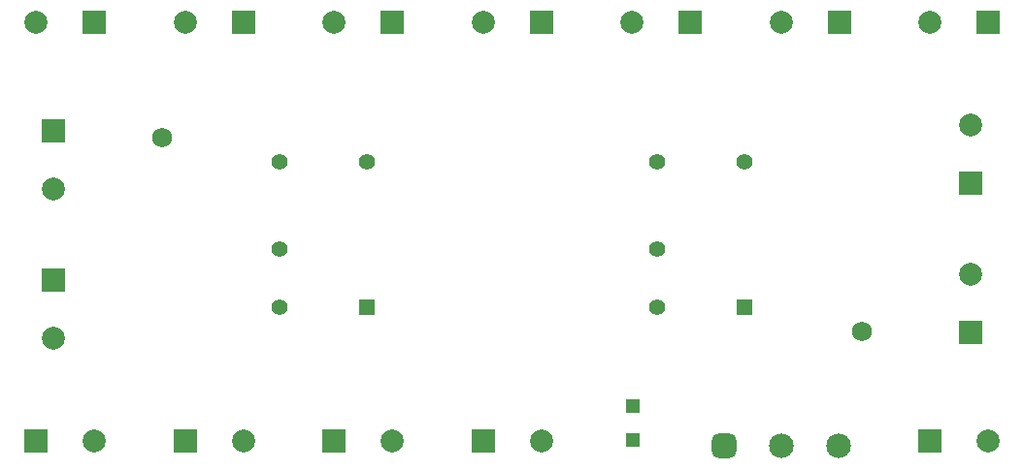
<source format=gts>
G04*
G04 #@! TF.GenerationSoftware,Altium Limited,Altium Designer,24.7.2 (38)*
G04*
G04 Layer_Color=8388736*
%FSLAX44Y44*%
%MOMM*%
G71*
G04*
G04 #@! TF.SameCoordinates,8E014E6F-3DA1-407A-8F63-97A6F4F725C9*
G04*
G04*
G04 #@! TF.FilePolarity,Negative*
G04*
G01*
G75*
%ADD13R,1.2200X1.2500*%
%ADD14C,1.7272*%
%ADD15C,2.1532*%
G04:AMPARAMS|DCode=16|XSize=2.1532mm|YSize=2.1532mm|CornerRadius=0.5891mm|HoleSize=0mm|Usage=FLASHONLY|Rotation=0.000|XOffset=0mm|YOffset=0mm|HoleType=Round|Shape=RoundedRectangle|*
%AMROUNDEDRECTD16*
21,1,2.1532,0.9750,0,0,0.0*
21,1,0.9750,2.1532,0,0,0.0*
1,1,1.1782,0.4875,-0.4875*
1,1,1.1782,-0.4875,-0.4875*
1,1,1.1782,-0.4875,0.4875*
1,1,1.1782,0.4875,0.4875*
%
%ADD16ROUNDEDRECTD16*%
%ADD17C,1.4000*%
%ADD18R,1.4000X1.4000*%
%ADD19R,2.0032X2.0032*%
%ADD20C,2.0032*%
%ADD21R,2.0032X2.0032*%
D13*
X580000Y-425250D02*
D03*
Y-454750D02*
D03*
D14*
X780000Y-360000D02*
D03*
X170000Y-190000D02*
D03*
D15*
X710000Y-460000D02*
D03*
X760000D02*
D03*
D16*
X660000D02*
D03*
D17*
X271900Y-338500D02*
D03*
Y-287700D02*
D03*
Y-211500D02*
D03*
X348100D02*
D03*
X601900Y-338500D02*
D03*
Y-287700D02*
D03*
Y-211500D02*
D03*
X678100D02*
D03*
D18*
X348100Y-338500D02*
D03*
X678100D02*
D03*
D19*
X75000Y-184600D02*
D03*
Y-314600D02*
D03*
X875000Y-360400D02*
D03*
Y-230400D02*
D03*
D20*
X75000Y-235400D02*
D03*
Y-365400D02*
D03*
X110400Y-455000D02*
D03*
X240400D02*
D03*
X370400D02*
D03*
X500400D02*
D03*
X890400D02*
D03*
X875000Y-309600D02*
D03*
Y-179600D02*
D03*
X839600Y-90000D02*
D03*
X709600D02*
D03*
X579600D02*
D03*
X449600D02*
D03*
X319600D02*
D03*
X189600D02*
D03*
X59600D02*
D03*
D21*
Y-455000D02*
D03*
X189600D02*
D03*
X319600D02*
D03*
X449600D02*
D03*
X839600D02*
D03*
X890400Y-90000D02*
D03*
X760400D02*
D03*
X630400D02*
D03*
X500400D02*
D03*
X370400D02*
D03*
X240400D02*
D03*
X110400D02*
D03*
M02*

</source>
